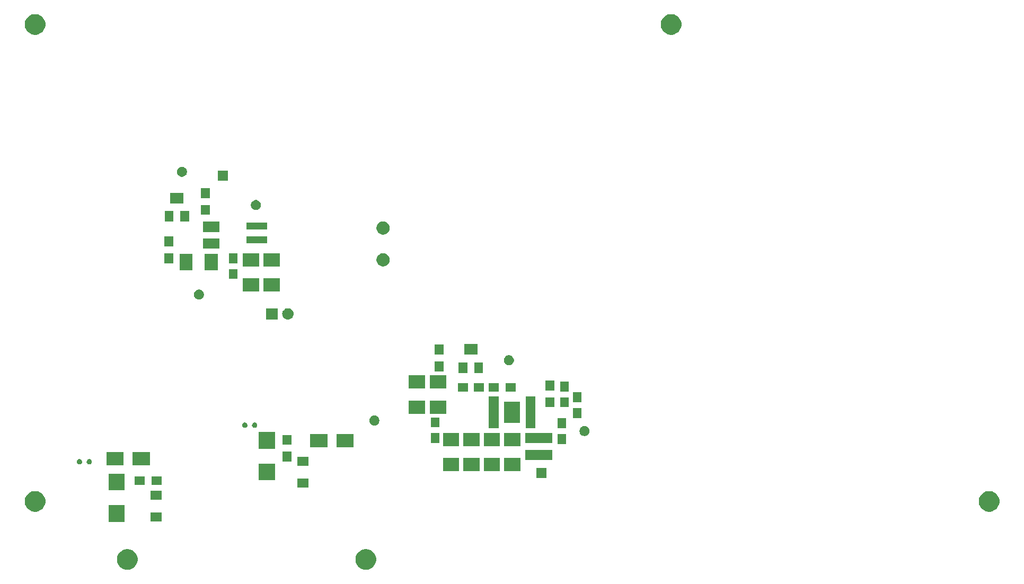
<source format=gbr>
G04 #@! TF.GenerationSoftware,KiCad,Pcbnew,(5.1.0)-1*
G04 #@! TF.CreationDate,2019-07-29T14:33:42-06:00*
G04 #@! TF.ProjectId,d4100_mod_board_full,64343130-305f-46d6-9f64-5f626f617264,rev?*
G04 #@! TF.SameCoordinates,Original*
G04 #@! TF.FileFunction,Soldermask,Top*
G04 #@! TF.FilePolarity,Negative*
%FSLAX46Y46*%
G04 Gerber Fmt 4.6, Leading zero omitted, Abs format (unit mm)*
G04 Created by KiCad (PCBNEW (5.1.0)-1) date 2019-07-29 14:33:42*
%MOMM*%
%LPD*%
G04 APERTURE LIST*
%ADD10C,0.100000*%
G04 APERTURE END LIST*
D10*
G36*
X113938656Y-137430898D02*
G01*
X114044979Y-137452047D01*
X114345442Y-137576503D01*
X114615851Y-137757185D01*
X114845815Y-137987149D01*
X115026497Y-138257558D01*
X115150953Y-138558021D01*
X115214400Y-138876991D01*
X115214400Y-139202209D01*
X115150953Y-139521179D01*
X115026497Y-139821642D01*
X114845815Y-140092051D01*
X114615851Y-140322015D01*
X114345442Y-140502697D01*
X114044979Y-140627153D01*
X113938656Y-140648302D01*
X113726011Y-140690600D01*
X113400789Y-140690600D01*
X113188144Y-140648302D01*
X113081821Y-140627153D01*
X112781358Y-140502697D01*
X112510949Y-140322015D01*
X112280985Y-140092051D01*
X112100303Y-139821642D01*
X111975847Y-139521179D01*
X111912400Y-139202209D01*
X111912400Y-138876991D01*
X111975847Y-138558021D01*
X112100303Y-138257558D01*
X112280985Y-137987149D01*
X112510949Y-137757185D01*
X112781358Y-137576503D01*
X113081821Y-137452047D01*
X113188144Y-137430898D01*
X113400789Y-137388600D01*
X113726011Y-137388600D01*
X113938656Y-137430898D01*
X113938656Y-137430898D01*
G37*
G36*
X75838656Y-137430898D02*
G01*
X75944979Y-137452047D01*
X76245442Y-137576503D01*
X76515851Y-137757185D01*
X76745815Y-137987149D01*
X76926497Y-138257558D01*
X77050953Y-138558021D01*
X77114400Y-138876991D01*
X77114400Y-139202209D01*
X77050953Y-139521179D01*
X76926497Y-139821642D01*
X76745815Y-140092051D01*
X76515851Y-140322015D01*
X76245442Y-140502697D01*
X75944979Y-140627153D01*
X75838656Y-140648302D01*
X75626011Y-140690600D01*
X75300789Y-140690600D01*
X75088144Y-140648302D01*
X74981821Y-140627153D01*
X74681358Y-140502697D01*
X74410949Y-140322015D01*
X74180985Y-140092051D01*
X74000303Y-139821642D01*
X73875847Y-139521179D01*
X73812400Y-139202209D01*
X73812400Y-138876991D01*
X73875847Y-138558021D01*
X74000303Y-138257558D01*
X74180985Y-137987149D01*
X74410949Y-137757185D01*
X74681358Y-137576503D01*
X74981821Y-137452047D01*
X75088144Y-137430898D01*
X75300789Y-137388600D01*
X75626011Y-137388600D01*
X75838656Y-137430898D01*
X75838656Y-137430898D01*
G37*
G36*
X75062600Y-133035400D02*
G01*
X72460600Y-133035400D01*
X72460600Y-130383400D01*
X75062600Y-130383400D01*
X75062600Y-133035400D01*
X75062600Y-133035400D01*
G37*
G36*
X80944020Y-132966360D02*
G01*
X79142020Y-132966360D01*
X79142020Y-131564360D01*
X80944020Y-131564360D01*
X80944020Y-132966360D01*
X80944020Y-132966360D01*
G37*
G36*
X213506656Y-128159898D02*
G01*
X213612979Y-128181047D01*
X213913442Y-128305503D01*
X214183851Y-128486185D01*
X214413815Y-128716149D01*
X214594497Y-128986558D01*
X214718953Y-129287021D01*
X214782400Y-129605991D01*
X214782400Y-129931209D01*
X214718953Y-130250179D01*
X214594497Y-130550642D01*
X214413815Y-130821051D01*
X214183851Y-131051015D01*
X213913442Y-131231697D01*
X213612979Y-131356153D01*
X213506656Y-131377302D01*
X213294011Y-131419600D01*
X212968789Y-131419600D01*
X212756144Y-131377302D01*
X212649821Y-131356153D01*
X212349358Y-131231697D01*
X212078949Y-131051015D01*
X211848985Y-130821051D01*
X211668303Y-130550642D01*
X211543847Y-130250179D01*
X211480400Y-129931209D01*
X211480400Y-129605991D01*
X211543847Y-129287021D01*
X211668303Y-128986558D01*
X211848985Y-128716149D01*
X212078949Y-128486185D01*
X212349358Y-128305503D01*
X212649821Y-128181047D01*
X212756144Y-128159898D01*
X212968789Y-128117600D01*
X213294011Y-128117600D01*
X213506656Y-128159898D01*
X213506656Y-128159898D01*
G37*
G36*
X61106656Y-128159898D02*
G01*
X61212979Y-128181047D01*
X61513442Y-128305503D01*
X61783851Y-128486185D01*
X62013815Y-128716149D01*
X62194497Y-128986558D01*
X62318953Y-129287021D01*
X62382400Y-129605991D01*
X62382400Y-129931209D01*
X62318953Y-130250179D01*
X62194497Y-130550642D01*
X62013815Y-130821051D01*
X61783851Y-131051015D01*
X61513442Y-131231697D01*
X61212979Y-131356153D01*
X61106656Y-131377302D01*
X60894011Y-131419600D01*
X60568789Y-131419600D01*
X60356144Y-131377302D01*
X60249821Y-131356153D01*
X59949358Y-131231697D01*
X59678949Y-131051015D01*
X59448985Y-130821051D01*
X59268303Y-130550642D01*
X59143847Y-130250179D01*
X59080400Y-129931209D01*
X59080400Y-129605991D01*
X59143847Y-129287021D01*
X59268303Y-128986558D01*
X59448985Y-128716149D01*
X59678949Y-128486185D01*
X59949358Y-128305503D01*
X60249821Y-128181047D01*
X60356144Y-128159898D01*
X60568789Y-128117600D01*
X60894011Y-128117600D01*
X61106656Y-128159898D01*
X61106656Y-128159898D01*
G37*
G36*
X80944020Y-129466360D02*
G01*
X79142020Y-129466360D01*
X79142020Y-128064360D01*
X80944020Y-128064360D01*
X80944020Y-129466360D01*
X80944020Y-129466360D01*
G37*
G36*
X75062600Y-127985400D02*
G01*
X72460600Y-127985400D01*
X72460600Y-125333400D01*
X75062600Y-125333400D01*
X75062600Y-127985400D01*
X75062600Y-127985400D01*
G37*
G36*
X104406000Y-127546000D02*
G01*
X102604000Y-127546000D01*
X102604000Y-126144000D01*
X104406000Y-126144000D01*
X104406000Y-127546000D01*
X104406000Y-127546000D01*
G37*
G36*
X78244020Y-127167600D02*
G01*
X76642020Y-127167600D01*
X76642020Y-125765600D01*
X78244020Y-125765600D01*
X78244020Y-127167600D01*
X78244020Y-127167600D01*
G37*
G36*
X80944020Y-127167600D02*
G01*
X79342020Y-127167600D01*
X79342020Y-125765600D01*
X80944020Y-125765600D01*
X80944020Y-127167600D01*
X80944020Y-127167600D01*
G37*
G36*
X99091000Y-126406000D02*
G01*
X96489000Y-126406000D01*
X96489000Y-123754000D01*
X99091000Y-123754000D01*
X99091000Y-126406000D01*
X99091000Y-126406000D01*
G37*
G36*
X142406000Y-126023000D02*
G01*
X140804000Y-126023000D01*
X140804000Y-124421000D01*
X142406000Y-124421000D01*
X142406000Y-126023000D01*
X142406000Y-126023000D01*
G37*
G36*
X128478800Y-124939000D02*
G01*
X125876800Y-124939000D01*
X125876800Y-122837000D01*
X128478800Y-122837000D01*
X128478800Y-124939000D01*
X128478800Y-124939000D01*
G37*
G36*
X134998134Y-124939000D02*
G01*
X132396134Y-124939000D01*
X132396134Y-122837000D01*
X134998134Y-122837000D01*
X134998134Y-124939000D01*
X134998134Y-124939000D01*
G37*
G36*
X138257800Y-124939000D02*
G01*
X135655800Y-124939000D01*
X135655800Y-122837000D01*
X138257800Y-122837000D01*
X138257800Y-124939000D01*
X138257800Y-124939000D01*
G37*
G36*
X131738468Y-124939000D02*
G01*
X129136468Y-124939000D01*
X129136468Y-122837000D01*
X131738468Y-122837000D01*
X131738468Y-124939000D01*
X131738468Y-124939000D01*
G37*
G36*
X104406000Y-124046000D02*
G01*
X102604000Y-124046000D01*
X102604000Y-122644000D01*
X104406000Y-122644000D01*
X104406000Y-124046000D01*
X104406000Y-124046000D01*
G37*
G36*
X74876400Y-124002000D02*
G01*
X72124400Y-124002000D01*
X72124400Y-121870000D01*
X74876400Y-121870000D01*
X74876400Y-124002000D01*
X74876400Y-124002000D01*
G37*
G36*
X79056400Y-124002000D02*
G01*
X76304400Y-124002000D01*
X76304400Y-121870000D01*
X79056400Y-121870000D01*
X79056400Y-124002000D01*
X79056400Y-124002000D01*
G37*
G36*
X69515105Y-123015413D02*
G01*
X69591414Y-123047021D01*
X69660086Y-123092906D01*
X69718494Y-123151314D01*
X69764379Y-123219986D01*
X69795987Y-123296295D01*
X69812100Y-123377301D01*
X69812100Y-123459899D01*
X69795987Y-123540905D01*
X69764379Y-123617214D01*
X69718494Y-123685886D01*
X69660086Y-123744294D01*
X69591414Y-123790179D01*
X69515105Y-123821787D01*
X69434099Y-123837900D01*
X69351501Y-123837900D01*
X69270495Y-123821787D01*
X69194186Y-123790179D01*
X69125514Y-123744294D01*
X69067106Y-123685886D01*
X69021221Y-123617214D01*
X68989613Y-123540905D01*
X68973500Y-123459899D01*
X68973500Y-123377301D01*
X68989613Y-123296295D01*
X69021221Y-123219986D01*
X69067106Y-123151314D01*
X69125514Y-123092906D01*
X69194186Y-123047021D01*
X69270495Y-123015413D01*
X69351501Y-122999300D01*
X69434099Y-122999300D01*
X69515105Y-123015413D01*
X69515105Y-123015413D01*
G37*
G36*
X67940305Y-123015413D02*
G01*
X68016614Y-123047021D01*
X68085286Y-123092906D01*
X68143694Y-123151314D01*
X68189579Y-123219986D01*
X68221187Y-123296295D01*
X68237300Y-123377301D01*
X68237300Y-123459899D01*
X68221187Y-123540905D01*
X68189579Y-123617214D01*
X68143694Y-123685886D01*
X68085286Y-123744294D01*
X68016614Y-123790179D01*
X67940305Y-123821787D01*
X67859299Y-123837900D01*
X67776701Y-123837900D01*
X67695695Y-123821787D01*
X67619386Y-123790179D01*
X67550714Y-123744294D01*
X67492306Y-123685886D01*
X67446421Y-123617214D01*
X67414813Y-123540905D01*
X67398700Y-123459899D01*
X67398700Y-123377301D01*
X67414813Y-123296295D01*
X67446421Y-123219986D01*
X67492306Y-123151314D01*
X67550714Y-123092906D01*
X67619386Y-123047021D01*
X67695695Y-123015413D01*
X67776701Y-122999300D01*
X67859299Y-122999300D01*
X67940305Y-123015413D01*
X67940305Y-123015413D01*
G37*
G36*
X101666000Y-123436000D02*
G01*
X100264000Y-123436000D01*
X100264000Y-121834000D01*
X101666000Y-121834000D01*
X101666000Y-123436000D01*
X101666000Y-123436000D01*
G37*
G36*
X143375000Y-123158400D02*
G01*
X139073000Y-123158400D01*
X139073000Y-121556400D01*
X143375000Y-121556400D01*
X143375000Y-123158400D01*
X143375000Y-123158400D01*
G37*
G36*
X99091000Y-121356000D02*
G01*
X96489000Y-121356000D01*
X96489000Y-118704000D01*
X99091000Y-118704000D01*
X99091000Y-121356000D01*
X99091000Y-121356000D01*
G37*
G36*
X107439200Y-121106400D02*
G01*
X104687200Y-121106400D01*
X104687200Y-118974400D01*
X107439200Y-118974400D01*
X107439200Y-121106400D01*
X107439200Y-121106400D01*
G37*
G36*
X111619200Y-121106400D02*
G01*
X108867200Y-121106400D01*
X108867200Y-118974400D01*
X111619200Y-118974400D01*
X111619200Y-121106400D01*
X111619200Y-121106400D01*
G37*
G36*
X134998134Y-120939000D02*
G01*
X132396134Y-120939000D01*
X132396134Y-118837000D01*
X134998134Y-118837000D01*
X134998134Y-120939000D01*
X134998134Y-120939000D01*
G37*
G36*
X138257800Y-120939000D02*
G01*
X135655800Y-120939000D01*
X135655800Y-118837000D01*
X138257800Y-118837000D01*
X138257800Y-120939000D01*
X138257800Y-120939000D01*
G37*
G36*
X131738468Y-120939000D02*
G01*
X129136468Y-120939000D01*
X129136468Y-118837000D01*
X131738468Y-118837000D01*
X131738468Y-120939000D01*
X131738468Y-120939000D01*
G37*
G36*
X128478800Y-120939000D02*
G01*
X125876800Y-120939000D01*
X125876800Y-118837000D01*
X128478800Y-118837000D01*
X128478800Y-120939000D01*
X128478800Y-120939000D01*
G37*
G36*
X101666000Y-120736000D02*
G01*
X100264000Y-120736000D01*
X100264000Y-119134000D01*
X101666000Y-119134000D01*
X101666000Y-120736000D01*
X101666000Y-120736000D01*
G37*
G36*
X145557600Y-120592800D02*
G01*
X144205600Y-120592800D01*
X144205600Y-118990800D01*
X145557600Y-118990800D01*
X145557600Y-120592800D01*
X145557600Y-120592800D01*
G37*
G36*
X143375000Y-120458400D02*
G01*
X139073000Y-120458400D01*
X139073000Y-118856400D01*
X143375000Y-118856400D01*
X143375000Y-120458400D01*
X143375000Y-120458400D01*
G37*
G36*
X125313800Y-120439000D02*
G01*
X123961800Y-120439000D01*
X123961800Y-118837000D01*
X125313800Y-118837000D01*
X125313800Y-120439000D01*
X125313800Y-120439000D01*
G37*
G36*
X148722042Y-117746181D02*
G01*
X148867814Y-117806562D01*
X148867816Y-117806563D01*
X148999008Y-117894222D01*
X149110578Y-118005792D01*
X149168714Y-118092800D01*
X149198238Y-118136986D01*
X149258619Y-118282758D01*
X149289400Y-118437507D01*
X149289400Y-118595293D01*
X149258619Y-118750042D01*
X149214564Y-118856400D01*
X149198237Y-118895816D01*
X149110578Y-119027008D01*
X148999008Y-119138578D01*
X148867816Y-119226237D01*
X148867815Y-119226238D01*
X148867814Y-119226238D01*
X148722042Y-119286619D01*
X148567293Y-119317400D01*
X148409507Y-119317400D01*
X148254758Y-119286619D01*
X148108986Y-119226238D01*
X148108985Y-119226238D01*
X148108984Y-119226237D01*
X147977792Y-119138578D01*
X147866222Y-119027008D01*
X147778563Y-118895816D01*
X147762236Y-118856400D01*
X147718181Y-118750042D01*
X147687400Y-118595293D01*
X147687400Y-118437507D01*
X147718181Y-118282758D01*
X147778562Y-118136986D01*
X147808086Y-118092800D01*
X147866222Y-118005792D01*
X147977792Y-117894222D01*
X148108984Y-117806563D01*
X148108986Y-117806562D01*
X148254758Y-117746181D01*
X148409507Y-117715400D01*
X148567293Y-117715400D01*
X148722042Y-117746181D01*
X148722042Y-117746181D01*
G37*
G36*
X145557600Y-118092800D02*
G01*
X144205600Y-118092800D01*
X144205600Y-116490800D01*
X145557600Y-116490800D01*
X145557600Y-118092800D01*
X145557600Y-118092800D01*
G37*
G36*
X134794600Y-118087980D02*
G01*
X133217600Y-118087980D01*
X133217600Y-112985980D01*
X134794600Y-112985980D01*
X134794600Y-118087980D01*
X134794600Y-118087980D01*
G37*
G36*
X140670600Y-118087980D02*
G01*
X139093600Y-118087980D01*
X139093600Y-112985980D01*
X140670600Y-112985980D01*
X140670600Y-118087980D01*
X140670600Y-118087980D01*
G37*
G36*
X95931105Y-117173413D02*
G01*
X96007414Y-117205021D01*
X96076086Y-117250906D01*
X96134494Y-117309314D01*
X96180379Y-117377986D01*
X96211987Y-117454295D01*
X96228100Y-117535301D01*
X96228100Y-117617899D01*
X96211987Y-117698905D01*
X96180379Y-117775214D01*
X96134494Y-117843886D01*
X96076086Y-117902294D01*
X96007414Y-117948179D01*
X95931105Y-117979787D01*
X95850099Y-117995900D01*
X95767501Y-117995900D01*
X95686495Y-117979787D01*
X95610186Y-117948179D01*
X95541514Y-117902294D01*
X95483106Y-117843886D01*
X95437221Y-117775214D01*
X95405613Y-117698905D01*
X95389500Y-117617899D01*
X95389500Y-117535301D01*
X95405613Y-117454295D01*
X95437221Y-117377986D01*
X95483106Y-117309314D01*
X95541514Y-117250906D01*
X95610186Y-117205021D01*
X95686495Y-117173413D01*
X95767501Y-117157300D01*
X95850099Y-117157300D01*
X95931105Y-117173413D01*
X95931105Y-117173413D01*
G37*
G36*
X94356305Y-117173413D02*
G01*
X94432614Y-117205021D01*
X94501286Y-117250906D01*
X94559694Y-117309314D01*
X94605579Y-117377986D01*
X94637187Y-117454295D01*
X94653300Y-117535301D01*
X94653300Y-117617899D01*
X94637187Y-117698905D01*
X94605579Y-117775214D01*
X94559694Y-117843886D01*
X94501286Y-117902294D01*
X94432614Y-117948179D01*
X94356305Y-117979787D01*
X94275299Y-117995900D01*
X94192701Y-117995900D01*
X94111695Y-117979787D01*
X94035386Y-117948179D01*
X93966714Y-117902294D01*
X93908306Y-117843886D01*
X93862421Y-117775214D01*
X93830813Y-117698905D01*
X93814700Y-117617899D01*
X93814700Y-117535301D01*
X93830813Y-117454295D01*
X93862421Y-117377986D01*
X93908306Y-117309314D01*
X93966714Y-117250906D01*
X94035386Y-117205021D01*
X94111695Y-117173413D01*
X94192701Y-117157300D01*
X94275299Y-117157300D01*
X94356305Y-117173413D01*
X94356305Y-117173413D01*
G37*
G36*
X125313800Y-117939000D02*
G01*
X123961800Y-117939000D01*
X123961800Y-116337000D01*
X125313800Y-116337000D01*
X125313800Y-117939000D01*
X125313800Y-117939000D01*
G37*
G36*
X115168642Y-116069781D02*
G01*
X115314414Y-116130162D01*
X115314416Y-116130163D01*
X115445608Y-116217822D01*
X115557178Y-116329392D01*
X115562261Y-116337000D01*
X115644838Y-116460586D01*
X115705219Y-116606358D01*
X115736000Y-116761107D01*
X115736000Y-116918893D01*
X115705219Y-117073642D01*
X115663892Y-117173413D01*
X115644837Y-117219416D01*
X115557178Y-117350608D01*
X115445608Y-117462178D01*
X115314416Y-117549837D01*
X115314415Y-117549838D01*
X115314414Y-117549838D01*
X115168642Y-117610219D01*
X115013893Y-117641000D01*
X114856107Y-117641000D01*
X114701358Y-117610219D01*
X114555586Y-117549838D01*
X114555585Y-117549838D01*
X114555584Y-117549837D01*
X114424392Y-117462178D01*
X114312822Y-117350608D01*
X114225163Y-117219416D01*
X114206108Y-117173413D01*
X114164781Y-117073642D01*
X114134000Y-116918893D01*
X114134000Y-116761107D01*
X114164781Y-116606358D01*
X114225162Y-116460586D01*
X114307739Y-116337000D01*
X114312822Y-116329392D01*
X114424392Y-116217822D01*
X114555584Y-116130163D01*
X114555586Y-116130162D01*
X114701358Y-116069781D01*
X114856107Y-116039000D01*
X115013893Y-116039000D01*
X115168642Y-116069781D01*
X115168642Y-116069781D01*
G37*
G36*
X138200100Y-117232980D02*
G01*
X135688100Y-117232980D01*
X135688100Y-113840980D01*
X138200100Y-113840980D01*
X138200100Y-117232980D01*
X138200100Y-117232980D01*
G37*
G36*
X148046800Y-116452600D02*
G01*
X146694800Y-116452600D01*
X146694800Y-114850600D01*
X148046800Y-114850600D01*
X148046800Y-116452600D01*
X148046800Y-116452600D01*
G37*
G36*
X123042400Y-115748000D02*
G01*
X120440400Y-115748000D01*
X120440400Y-113646000D01*
X123042400Y-113646000D01*
X123042400Y-115748000D01*
X123042400Y-115748000D01*
G37*
G36*
X126421400Y-115748000D02*
G01*
X123819400Y-115748000D01*
X123819400Y-113646000D01*
X126421400Y-113646000D01*
X126421400Y-115748000D01*
X126421400Y-115748000D01*
G37*
G36*
X145989400Y-114725400D02*
G01*
X144637400Y-114725400D01*
X144637400Y-113123400D01*
X145989400Y-113123400D01*
X145989400Y-114725400D01*
X145989400Y-114725400D01*
G37*
G36*
X143677600Y-114723800D02*
G01*
X142275600Y-114723800D01*
X142275600Y-113121800D01*
X143677600Y-113121800D01*
X143677600Y-114723800D01*
X143677600Y-114723800D01*
G37*
G36*
X148046800Y-113952600D02*
G01*
X146694800Y-113952600D01*
X146694800Y-112350600D01*
X148046800Y-112350600D01*
X148046800Y-113952600D01*
X148046800Y-113952600D01*
G37*
G36*
X137507600Y-112257800D02*
G01*
X135905600Y-112257800D01*
X135905600Y-110855800D01*
X137507600Y-110855800D01*
X137507600Y-112257800D01*
X137507600Y-112257800D01*
G37*
G36*
X134807600Y-112257800D02*
G01*
X133205600Y-112257800D01*
X133205600Y-110855800D01*
X134807600Y-110855800D01*
X134807600Y-112257800D01*
X134807600Y-112257800D01*
G37*
G36*
X129903800Y-112232800D02*
G01*
X128301800Y-112232800D01*
X128301800Y-110880800D01*
X129903800Y-110880800D01*
X129903800Y-112232800D01*
X129903800Y-112232800D01*
G37*
G36*
X132403800Y-112232800D02*
G01*
X130801800Y-112232800D01*
X130801800Y-110880800D01*
X132403800Y-110880800D01*
X132403800Y-112232800D01*
X132403800Y-112232800D01*
G37*
G36*
X145989400Y-112225400D02*
G01*
X144637400Y-112225400D01*
X144637400Y-110623400D01*
X145989400Y-110623400D01*
X145989400Y-112225400D01*
X145989400Y-112225400D01*
G37*
G36*
X143677600Y-112023800D02*
G01*
X142275600Y-112023800D01*
X142275600Y-110421800D01*
X143677600Y-110421800D01*
X143677600Y-112023800D01*
X143677600Y-112023800D01*
G37*
G36*
X123042400Y-111748000D02*
G01*
X120440400Y-111748000D01*
X120440400Y-109646000D01*
X123042400Y-109646000D01*
X123042400Y-111748000D01*
X123042400Y-111748000D01*
G37*
G36*
X126421400Y-111748000D02*
G01*
X123819400Y-111748000D01*
X123819400Y-109646000D01*
X126421400Y-109646000D01*
X126421400Y-111748000D01*
X126421400Y-111748000D01*
G37*
G36*
X132303800Y-109237400D02*
G01*
X130901800Y-109237400D01*
X130901800Y-107535400D01*
X132303800Y-107535400D01*
X132303800Y-109237400D01*
X132303800Y-109237400D01*
G37*
G36*
X129803800Y-109237400D02*
G01*
X128401800Y-109237400D01*
X128401800Y-107535400D01*
X129803800Y-107535400D01*
X129803800Y-109237400D01*
X129803800Y-109237400D01*
G37*
G36*
X125999200Y-108983400D02*
G01*
X124597200Y-108983400D01*
X124597200Y-107381400D01*
X125999200Y-107381400D01*
X125999200Y-108983400D01*
X125999200Y-108983400D01*
G37*
G36*
X136657042Y-106443181D02*
G01*
X136802814Y-106503562D01*
X136802816Y-106503563D01*
X136934008Y-106591222D01*
X137045578Y-106702792D01*
X137133237Y-106833984D01*
X137133238Y-106833986D01*
X137193619Y-106979758D01*
X137224400Y-107134507D01*
X137224400Y-107292293D01*
X137193619Y-107447042D01*
X137133238Y-107592814D01*
X137133237Y-107592816D01*
X137045578Y-107724008D01*
X136934008Y-107835578D01*
X136802816Y-107923237D01*
X136802815Y-107923238D01*
X136802814Y-107923238D01*
X136657042Y-107983619D01*
X136502293Y-108014400D01*
X136344507Y-108014400D01*
X136189758Y-107983619D01*
X136043986Y-107923238D01*
X136043985Y-107923238D01*
X136043984Y-107923237D01*
X135912792Y-107835578D01*
X135801222Y-107724008D01*
X135713563Y-107592816D01*
X135713562Y-107592814D01*
X135653181Y-107447042D01*
X135622400Y-107292293D01*
X135622400Y-107134507D01*
X135653181Y-106979758D01*
X135713562Y-106833986D01*
X135713563Y-106833984D01*
X135801222Y-106702792D01*
X135912792Y-106591222D01*
X136043984Y-106503563D01*
X136043986Y-106503562D01*
X136189758Y-106443181D01*
X136344507Y-106412400D01*
X136502293Y-106412400D01*
X136657042Y-106443181D01*
X136657042Y-106443181D01*
G37*
G36*
X131403800Y-106337400D02*
G01*
X129301800Y-106337400D01*
X129301800Y-104635400D01*
X131403800Y-104635400D01*
X131403800Y-106337400D01*
X131403800Y-106337400D01*
G37*
G36*
X125999200Y-106283400D02*
G01*
X124597200Y-106283400D01*
X124597200Y-104681400D01*
X125999200Y-104681400D01*
X125999200Y-106283400D01*
X125999200Y-106283400D01*
G37*
G36*
X99478400Y-100697600D02*
G01*
X97676400Y-100697600D01*
X97676400Y-98895600D01*
X99478400Y-98895600D01*
X99478400Y-100697600D01*
X99478400Y-100697600D01*
G37*
G36*
X101227842Y-98902118D02*
G01*
X101294027Y-98908637D01*
X101463866Y-98960157D01*
X101620391Y-99043822D01*
X101656129Y-99073152D01*
X101757586Y-99156414D01*
X101840848Y-99257871D01*
X101870178Y-99293609D01*
X101953843Y-99450134D01*
X102005363Y-99619973D01*
X102022759Y-99796600D01*
X102005363Y-99973227D01*
X101953843Y-100143066D01*
X101870178Y-100299591D01*
X101840848Y-100335329D01*
X101757586Y-100436786D01*
X101656129Y-100520048D01*
X101620391Y-100549378D01*
X101463866Y-100633043D01*
X101294027Y-100684563D01*
X101227842Y-100691082D01*
X101161660Y-100697600D01*
X101073140Y-100697600D01*
X101006957Y-100691081D01*
X100940773Y-100684563D01*
X100770934Y-100633043D01*
X100614409Y-100549378D01*
X100578671Y-100520048D01*
X100477214Y-100436786D01*
X100393952Y-100335329D01*
X100364622Y-100299591D01*
X100280957Y-100143066D01*
X100229437Y-99973227D01*
X100212041Y-99796600D01*
X100229437Y-99619973D01*
X100280957Y-99450134D01*
X100364622Y-99293609D01*
X100393952Y-99257871D01*
X100477214Y-99156414D01*
X100578671Y-99073152D01*
X100614409Y-99043822D01*
X100770934Y-98960157D01*
X100940773Y-98908637D01*
X101006957Y-98902119D01*
X101073140Y-98895600D01*
X101161660Y-98895600D01*
X101227842Y-98902118D01*
X101227842Y-98902118D01*
G37*
G36*
X87152442Y-95952981D02*
G01*
X87298214Y-96013362D01*
X87298216Y-96013363D01*
X87429408Y-96101022D01*
X87540978Y-96212592D01*
X87628637Y-96343784D01*
X87628638Y-96343786D01*
X87689019Y-96489558D01*
X87719800Y-96644307D01*
X87719800Y-96802093D01*
X87689019Y-96956842D01*
X87628638Y-97102614D01*
X87628637Y-97102616D01*
X87540978Y-97233808D01*
X87429408Y-97345378D01*
X87298216Y-97433037D01*
X87298215Y-97433038D01*
X87298214Y-97433038D01*
X87152442Y-97493419D01*
X86997693Y-97524200D01*
X86839907Y-97524200D01*
X86685158Y-97493419D01*
X86539386Y-97433038D01*
X86539385Y-97433038D01*
X86539384Y-97433037D01*
X86408192Y-97345378D01*
X86296622Y-97233808D01*
X86208963Y-97102616D01*
X86208962Y-97102614D01*
X86148581Y-96956842D01*
X86117800Y-96802093D01*
X86117800Y-96644307D01*
X86148581Y-96489558D01*
X86208962Y-96343786D01*
X86208963Y-96343784D01*
X86296622Y-96212592D01*
X86408192Y-96101022D01*
X86539384Y-96013363D01*
X86539386Y-96013362D01*
X86685158Y-95952981D01*
X86839907Y-95922200D01*
X86997693Y-95922200D01*
X87152442Y-95952981D01*
X87152442Y-95952981D01*
G37*
G36*
X96546939Y-96230900D02*
G01*
X93944939Y-96230900D01*
X93944939Y-94128900D01*
X96546939Y-94128900D01*
X96546939Y-96230900D01*
X96546939Y-96230900D01*
G37*
G36*
X99832680Y-96230900D02*
G01*
X97230680Y-96230900D01*
X97230680Y-94128900D01*
X99832680Y-94128900D01*
X99832680Y-96230900D01*
X99832680Y-96230900D01*
G37*
G36*
X93078660Y-94230900D02*
G01*
X91726660Y-94230900D01*
X91726660Y-92628900D01*
X93078660Y-92628900D01*
X93078660Y-94230900D01*
X93078660Y-94230900D01*
G37*
G36*
X89908840Y-92801960D02*
G01*
X87806840Y-92801960D01*
X87806840Y-90199960D01*
X89908840Y-90199960D01*
X89908840Y-92801960D01*
X89908840Y-92801960D01*
G37*
G36*
X85908840Y-92801960D02*
G01*
X83806840Y-92801960D01*
X83806840Y-90199960D01*
X85908840Y-90199960D01*
X85908840Y-92801960D01*
X85908840Y-92801960D01*
G37*
G36*
X99832680Y-92230900D02*
G01*
X97230680Y-92230900D01*
X97230680Y-90128900D01*
X99832680Y-90128900D01*
X99832680Y-92230900D01*
X99832680Y-92230900D01*
G37*
G36*
X96546939Y-92230900D02*
G01*
X93944939Y-92230900D01*
X93944939Y-90128900D01*
X96546939Y-90128900D01*
X96546939Y-92230900D01*
X96546939Y-92230900D01*
G37*
G36*
X116628404Y-90157609D02*
G01*
X116819673Y-90236835D01*
X116819675Y-90236836D01*
X116991813Y-90351855D01*
X117138205Y-90498247D01*
X117253225Y-90670387D01*
X117332451Y-90861656D01*
X117372840Y-91064704D01*
X117372840Y-91271736D01*
X117332451Y-91474784D01*
X117253225Y-91666053D01*
X117253224Y-91666055D01*
X117138205Y-91838193D01*
X116991813Y-91984585D01*
X116819675Y-92099604D01*
X116819674Y-92099605D01*
X116819673Y-92099605D01*
X116628404Y-92178831D01*
X116425356Y-92219220D01*
X116218324Y-92219220D01*
X116015276Y-92178831D01*
X115824007Y-92099605D01*
X115824006Y-92099605D01*
X115824005Y-92099604D01*
X115651867Y-91984585D01*
X115505475Y-91838193D01*
X115390456Y-91666055D01*
X115390455Y-91666053D01*
X115311229Y-91474784D01*
X115270840Y-91271736D01*
X115270840Y-91064704D01*
X115311229Y-90861656D01*
X115390455Y-90670387D01*
X115505475Y-90498247D01*
X115651867Y-90351855D01*
X115824005Y-90236836D01*
X115824007Y-90236835D01*
X116015276Y-90157609D01*
X116218324Y-90117220D01*
X116425356Y-90117220D01*
X116628404Y-90157609D01*
X116628404Y-90157609D01*
G37*
G36*
X93078660Y-91730900D02*
G01*
X91726660Y-91730900D01*
X91726660Y-90128900D01*
X93078660Y-90128900D01*
X93078660Y-91730900D01*
X93078660Y-91730900D01*
G37*
G36*
X82811580Y-91706320D02*
G01*
X81409580Y-91706320D01*
X81409580Y-90104320D01*
X82811580Y-90104320D01*
X82811580Y-91706320D01*
X82811580Y-91706320D01*
G37*
G36*
X90187900Y-89407140D02*
G01*
X87535900Y-89407140D01*
X87535900Y-87745140D01*
X90187900Y-87745140D01*
X90187900Y-89407140D01*
X90187900Y-89407140D01*
G37*
G36*
X82811580Y-89006320D02*
G01*
X81409580Y-89006320D01*
X81409580Y-87404320D01*
X82811580Y-87404320D01*
X82811580Y-89006320D01*
X82811580Y-89006320D01*
G37*
G36*
X97800160Y-88562180D02*
G01*
X94498160Y-88562180D01*
X94498160Y-87460180D01*
X97800160Y-87460180D01*
X97800160Y-88562180D01*
X97800160Y-88562180D01*
G37*
G36*
X116628404Y-85077609D02*
G01*
X116819673Y-85156835D01*
X116819675Y-85156836D01*
X116974340Y-85260180D01*
X116991813Y-85271855D01*
X117138205Y-85418247D01*
X117253225Y-85590387D01*
X117332451Y-85781656D01*
X117372840Y-85984704D01*
X117372840Y-86191736D01*
X117332451Y-86394784D01*
X117253225Y-86586053D01*
X117253224Y-86586055D01*
X117138205Y-86758193D01*
X116991813Y-86904585D01*
X116819675Y-87019604D01*
X116819674Y-87019605D01*
X116819673Y-87019605D01*
X116628404Y-87098831D01*
X116425356Y-87139220D01*
X116218324Y-87139220D01*
X116015276Y-87098831D01*
X115824007Y-87019605D01*
X115824006Y-87019605D01*
X115824005Y-87019604D01*
X115651867Y-86904585D01*
X115505475Y-86758193D01*
X115390456Y-86586055D01*
X115390455Y-86586053D01*
X115311229Y-86394784D01*
X115270840Y-86191736D01*
X115270840Y-85984704D01*
X115311229Y-85781656D01*
X115390455Y-85590387D01*
X115505475Y-85418247D01*
X115651867Y-85271855D01*
X115669340Y-85260180D01*
X115824005Y-85156836D01*
X115824007Y-85156835D01*
X116015276Y-85077609D01*
X116218324Y-85037220D01*
X116425356Y-85037220D01*
X116628404Y-85077609D01*
X116628404Y-85077609D01*
G37*
G36*
X90187900Y-86707140D02*
G01*
X87535900Y-86707140D01*
X87535900Y-85045140D01*
X90187900Y-85045140D01*
X90187900Y-86707140D01*
X90187900Y-86707140D01*
G37*
G36*
X97800160Y-86362180D02*
G01*
X94498160Y-86362180D01*
X94498160Y-85260180D01*
X97800160Y-85260180D01*
X97800160Y-86362180D01*
X97800160Y-86362180D01*
G37*
G36*
X85331580Y-85061680D02*
G01*
X83929580Y-85061680D01*
X83929580Y-83359680D01*
X85331580Y-83359680D01*
X85331580Y-85061680D01*
X85331580Y-85061680D01*
G37*
G36*
X82831580Y-85061680D02*
G01*
X81429580Y-85061680D01*
X81429580Y-83359680D01*
X82831580Y-83359680D01*
X82831580Y-85061680D01*
X82831580Y-85061680D01*
G37*
G36*
X88620560Y-83986680D02*
G01*
X87218560Y-83986680D01*
X87218560Y-82384680D01*
X88620560Y-82384680D01*
X88620560Y-83986680D01*
X88620560Y-83986680D01*
G37*
G36*
X96245642Y-81652781D02*
G01*
X96391414Y-81713162D01*
X96391416Y-81713163D01*
X96522608Y-81800822D01*
X96634178Y-81912392D01*
X96721837Y-82043584D01*
X96721838Y-82043586D01*
X96782219Y-82189358D01*
X96813000Y-82344107D01*
X96813000Y-82501893D01*
X96782219Y-82656642D01*
X96721838Y-82802414D01*
X96721837Y-82802416D01*
X96634178Y-82933608D01*
X96522608Y-83045178D01*
X96391416Y-83132837D01*
X96391415Y-83132838D01*
X96391414Y-83132838D01*
X96245642Y-83193219D01*
X96090893Y-83224000D01*
X95933107Y-83224000D01*
X95778358Y-83193219D01*
X95632586Y-83132838D01*
X95632585Y-83132838D01*
X95632584Y-83132837D01*
X95501392Y-83045178D01*
X95389822Y-82933608D01*
X95302163Y-82802416D01*
X95302162Y-82802414D01*
X95241781Y-82656642D01*
X95211000Y-82501893D01*
X95211000Y-82344107D01*
X95241781Y-82189358D01*
X95302162Y-82043586D01*
X95302163Y-82043584D01*
X95389822Y-81912392D01*
X95501392Y-81800822D01*
X95632584Y-81713163D01*
X95632586Y-81713162D01*
X95778358Y-81652781D01*
X95933107Y-81622000D01*
X96090893Y-81622000D01*
X96245642Y-81652781D01*
X96245642Y-81652781D01*
G37*
G36*
X84431580Y-82161680D02*
G01*
X82329580Y-82161680D01*
X82329580Y-80459680D01*
X84431580Y-80459680D01*
X84431580Y-82161680D01*
X84431580Y-82161680D01*
G37*
G36*
X88620560Y-81286680D02*
G01*
X87218560Y-81286680D01*
X87218560Y-79684680D01*
X88620560Y-79684680D01*
X88620560Y-81286680D01*
X88620560Y-81286680D01*
G37*
G36*
X91552660Y-78489440D02*
G01*
X89950660Y-78489440D01*
X89950660Y-76887440D01*
X91552660Y-76887440D01*
X91552660Y-78489440D01*
X91552660Y-78489440D01*
G37*
G36*
X84421942Y-76331481D02*
G01*
X84567714Y-76391862D01*
X84567716Y-76391863D01*
X84698908Y-76479522D01*
X84810478Y-76591092D01*
X84898137Y-76722284D01*
X84898138Y-76722286D01*
X84958519Y-76868058D01*
X84989300Y-77022807D01*
X84989300Y-77180593D01*
X84958519Y-77335342D01*
X84898138Y-77481114D01*
X84898137Y-77481116D01*
X84810478Y-77612308D01*
X84698908Y-77723878D01*
X84567716Y-77811537D01*
X84567715Y-77811538D01*
X84567714Y-77811538D01*
X84421942Y-77871919D01*
X84267193Y-77902700D01*
X84109407Y-77902700D01*
X83954658Y-77871919D01*
X83808886Y-77811538D01*
X83808885Y-77811538D01*
X83808884Y-77811537D01*
X83677692Y-77723878D01*
X83566122Y-77612308D01*
X83478463Y-77481116D01*
X83478462Y-77481114D01*
X83418081Y-77335342D01*
X83387300Y-77180593D01*
X83387300Y-77022807D01*
X83418081Y-76868058D01*
X83478462Y-76722286D01*
X83478463Y-76722284D01*
X83566122Y-76591092D01*
X83677692Y-76479522D01*
X83808884Y-76391863D01*
X83808886Y-76391862D01*
X83954658Y-76331481D01*
X84109407Y-76300700D01*
X84267193Y-76300700D01*
X84421942Y-76331481D01*
X84421942Y-76331481D01*
G37*
G36*
X162706656Y-51959898D02*
G01*
X162812979Y-51981047D01*
X163113442Y-52105503D01*
X163383851Y-52286185D01*
X163613815Y-52516149D01*
X163794497Y-52786558D01*
X163918953Y-53087021D01*
X163982400Y-53405991D01*
X163982400Y-53731209D01*
X163918953Y-54050179D01*
X163794497Y-54350642D01*
X163613815Y-54621051D01*
X163383851Y-54851015D01*
X163113442Y-55031697D01*
X162812979Y-55156153D01*
X162706656Y-55177302D01*
X162494011Y-55219600D01*
X162168789Y-55219600D01*
X161956144Y-55177302D01*
X161849821Y-55156153D01*
X161549358Y-55031697D01*
X161278949Y-54851015D01*
X161048985Y-54621051D01*
X160868303Y-54350642D01*
X160743847Y-54050179D01*
X160680400Y-53731209D01*
X160680400Y-53405991D01*
X160743847Y-53087021D01*
X160868303Y-52786558D01*
X161048985Y-52516149D01*
X161278949Y-52286185D01*
X161549358Y-52105503D01*
X161849821Y-51981047D01*
X161956144Y-51959898D01*
X162168789Y-51917600D01*
X162494011Y-51917600D01*
X162706656Y-51959898D01*
X162706656Y-51959898D01*
G37*
G36*
X61106656Y-51959898D02*
G01*
X61212979Y-51981047D01*
X61513442Y-52105503D01*
X61783851Y-52286185D01*
X62013815Y-52516149D01*
X62194497Y-52786558D01*
X62318953Y-53087021D01*
X62382400Y-53405991D01*
X62382400Y-53731209D01*
X62318953Y-54050179D01*
X62194497Y-54350642D01*
X62013815Y-54621051D01*
X61783851Y-54851015D01*
X61513442Y-55031697D01*
X61212979Y-55156153D01*
X61106656Y-55177302D01*
X60894011Y-55219600D01*
X60568789Y-55219600D01*
X60356144Y-55177302D01*
X60249821Y-55156153D01*
X59949358Y-55031697D01*
X59678949Y-54851015D01*
X59448985Y-54621051D01*
X59268303Y-54350642D01*
X59143847Y-54050179D01*
X59080400Y-53731209D01*
X59080400Y-53405991D01*
X59143847Y-53087021D01*
X59268303Y-52786558D01*
X59448985Y-52516149D01*
X59678949Y-52286185D01*
X59949358Y-52105503D01*
X60249821Y-51981047D01*
X60356144Y-51959898D01*
X60568789Y-51917600D01*
X60894011Y-51917600D01*
X61106656Y-51959898D01*
X61106656Y-51959898D01*
G37*
M02*

</source>
